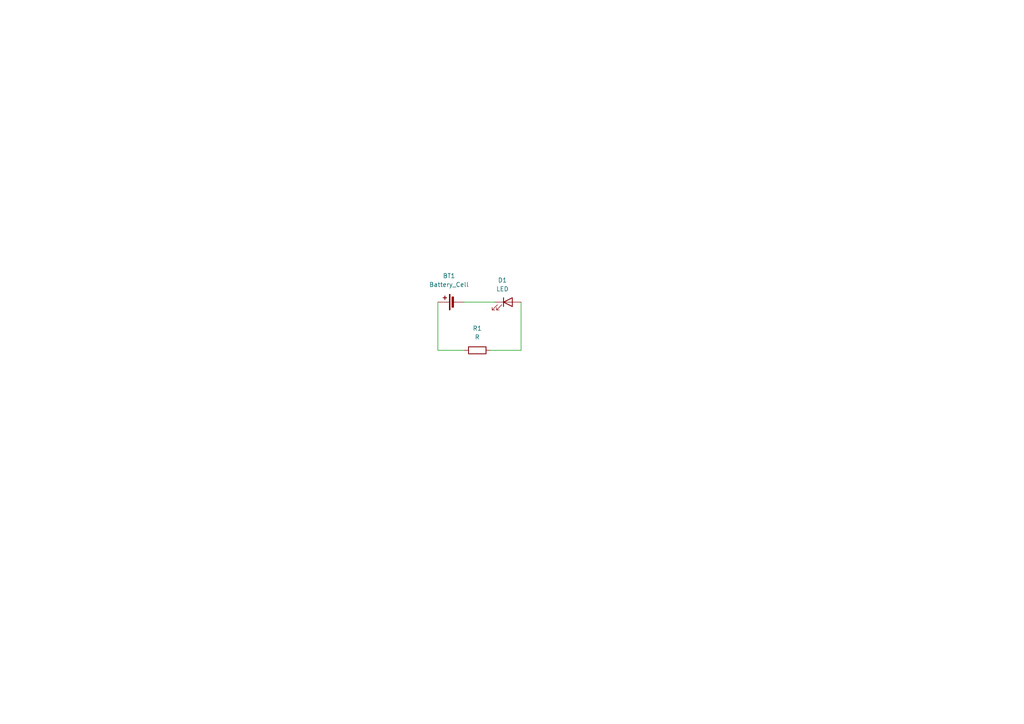
<source format=kicad_sch>
(kicad_sch (version 20231120) (generator "eeschema") (generator_version "8.0")
  (paper "A4")
  (title_block (title "LED Demo") (date "2024-10-31") (rev "1.0") (company "Formula Slug "))
  (lib_symbols
    (symbol "Device:Battery_Cell" (pin_numbers hide) (pin_names (offset 0) hide)
      (property "Reference" "BT" (at 2.54 2.54 0))
      (property "Value" "Battery_Cell" (at 2.54 0 0))
      (symbol "Battery_Cell_0_1"
        (rectangle (start -2.286 1.778) (end 2.286 1.524) (fill (type outline)))
        (rectangle (start -1.524 1.016) (end 1.524 0.508) (fill (type outline)))
        (polyline (pts (xy 0 0.762) (xy 0 0)))
        (polyline (pts (xy 0 1.778) (xy 0 2.54)))
        (polyline (pts (xy 0.762 3.048) (xy 1.778 3.048)) (stroke (width 0.254)))
        (polyline (pts (xy 1.27 3.556) (xy 1.27 2.54)) (stroke (width 0.254)))
      )
      (symbol "Battery_Cell_1_1"
        (pin passive line (at 0 5.08 270) (length 2.54) (name "+") (number "1"))
        (pin passive line (at 0 -2.54 90) (length 2.54) (name "-") (number "2"))
      )
    )
    (symbol "Device:LED" (pin_numbers hide) (pin_names (offset 1.016) hide)
      (property "Reference" "D" (at 0 2.54 0))
      (property "Value" "LED" (at 0 -2.54 0))
      (symbol "LED_0_1"
        (polyline (pts (xy -1.27 -1.27) (xy -1.27 1.27)) (stroke (width 0.254)))
        (polyline (pts (xy -1.27 0) (xy 1.27 0)))
        (polyline (pts (xy 1.27 -1.27) (xy 1.27 1.27) (xy -1.27 0) (xy 1.27 -1.27)) (stroke (width 0.254)))
        (polyline (pts (xy -3.048 -0.762) (xy -4.572 -2.286) (xy -3.81 -2.286) (xy -4.572 -2.286) (xy -4.572 -1.524)))
        (polyline (pts (xy -1.778 -0.762) (xy -3.302 -2.286) (xy -2.54 -2.286) (xy -3.302 -2.286) (xy -3.302 -1.524)))
      )
      (symbol "LED_1_1"
        (pin passive line (at -3.81 0 0) (length 2.54) (name "K") (number "1"))
        (pin passive line (at 3.81 0 180) (length 2.54) (name "A") (number "2"))
      )
    )
    (symbol "Device:R" (pin_numbers hide) (pin_names (offset 0))
      (property "Reference" "R" (at 2.032 0 90))
      (property "Value" "R" (at 0 0 90))
      (symbol "R_0_1"
        (rectangle (start -1.016 -2.54) (end 1.016 2.54) (stroke (width 0.254)))
      )
      (symbol "R_1_1"
        (pin passive line (at 0 3.81 270) (length 1.27) (name "~") (number "1"))
        (pin passive line (at 0 -3.81 90) (length 1.27) (name "~") (number "2"))
      )
    )
  )
  (wire (pts (xy 127 101.6) (xy 134.62 101.6)))
  (wire (pts (xy 143.51 87.63) (xy 134.62 87.63)))
  (wire (pts (xy 127 87.63) (xy 127 101.6)))
  (wire (pts (xy 151.13 101.6) (xy 142.24 101.6)))
  (wire (pts (xy 151.13 87.63) (xy 151.13 101.6)))
  (symbol (lib_id "Device:R") (at 138.43 101.6 90) (unit 1)
    (property "Reference" "R1" (at 138.43 95.25 90))
    (property "Value" "R" (at 138.43 97.79 90))
    (property "Footprint" "Resistor_SMD:R_0805_2012Metric_Pad1.20x1.40mm_HandSolder" (effects (hide yes)))
    (property "Description" "Resistor" (effects (hide yes)))
  )
  (symbol (lib_id "Device:Battery_Cell") (at 132.08 87.63 90) (unit 1)
    (property "Reference" "BT1" (at 130.2385 80.01 90))
    (property "Value" "Battery_Cell" (at 130.2385 82.55 90))
    (property "Footprint" "FS_3_Global_Footprint_Library:MS621FE-FL11E_SEC" (effects (hide yes)))
    (property "Description" "Single-cell battery" (effects (hide yes)))
  )
  (symbol (lib_id "Device:LED") (at 147.32 87.63 0) (unit 1)
    (property "Reference" "D1" (at 145.7325 81.28 0))
    (property "Value" "LED" (at 145.7325 83.82 0))
    (property "Footprint" "LED_SMD:LED_0805_2012Metric_Pad1.15x1.40mm_HandSolder" (effects (hide yes)))
    (property "Description" "Light emitting diode" (effects (hide yes)))
  )
)
</source>
